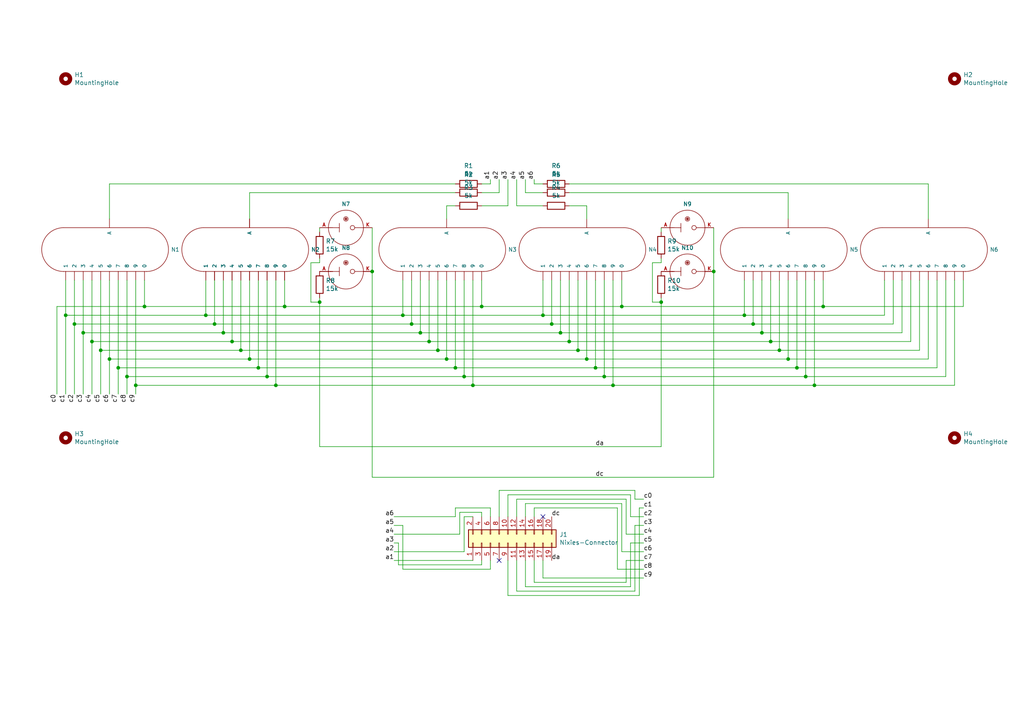
<source format=kicad_sch>
(kicad_sch (version 20211123) (generator eeschema)
  (paper "A4")
  (title_block (title "Nixie-Clock: Nixies") (date "2021-12-25") (rev "1.0") (company "Konrad Mösch"))
  (lib_symbols
    (symbol "Connector_Generic:Conn_02x10_Odd_Even" (pin_names (offset 1.016) hide)
      (property "Reference" "J" (at 1.27 12.7 0))
      (property "Value" "Conn_02x10_Odd_Even" (at 1.27 -15.24 0))
      (symbol "Conn_02x10_Odd_Even_1_1"
        (rectangle (start -1.27 -12.573) (end 0 -12.827) (stroke (width 0.1524)))
        (rectangle (start -1.27 -10.033) (end 0 -10.287) (stroke (width 0.1524)))
        (rectangle (start -1.27 -7.493) (end 0 -7.747) (stroke (width 0.1524)))
        (rectangle (start -1.27 -4.953) (end 0 -5.207) (stroke (width 0.1524)))
        (rectangle (start -1.27 -2.413) (end 0 -2.667) (stroke (width 0.1524)))
        (rectangle (start -1.27 0.127) (end 0 -0.127) (stroke (width 0.1524)))
        (rectangle (start -1.27 2.667) (end 0 2.413) (stroke (width 0.1524)))
        (rectangle (start -1.27 5.207) (end 0 4.953) (stroke (width 0.1524)))
        (rectangle (start -1.27 7.747) (end 0 7.493) (stroke (width 0.1524)))
        (rectangle (start -1.27 10.287) (end 0 10.033) (stroke (width 0.1524)))
        (rectangle (start -1.27 11.43) (end 3.81 -13.97) (stroke (width 0.254)) (fill (type background)))
        (rectangle (start 3.81 -12.573) (end 2.54 -12.827) (stroke (width 0.1524)))
        (rectangle (start 3.81 -10.033) (end 2.54 -10.287) (stroke (width 0.1524)))
        (rectangle (start 3.81 -7.493) (end 2.54 -7.747) (stroke (width 0.1524)))
        (rectangle (start 3.81 -4.953) (end 2.54 -5.207) (stroke (width 0.1524)))
        (rectangle (start 3.81 -2.413) (end 2.54 -2.667) (stroke (width 0.1524)))
        (rectangle (start 3.81 0.127) (end 2.54 -0.127) (stroke (width 0.1524)))
        (rectangle (start 3.81 2.667) (end 2.54 2.413) (stroke (width 0.1524)))
        (rectangle (start 3.81 5.207) (end 2.54 4.953) (stroke (width 0.1524)))
        (rectangle (start 3.81 7.747) (end 2.54 7.493) (stroke (width 0.1524)))
        (rectangle (start 3.81 10.287) (end 2.54 10.033) (stroke (width 0.1524)))
        (pin passive line (at -5.08 10.16 0) (length 3.81) (name "Pin_1") (number "1"))
        (pin passive line (at 7.62 0 180) (length 3.81) (name "Pin_10") (number "10"))
        (pin passive line (at -5.08 -2.54 0) (length 3.81) (name "Pin_11") (number "11"))
        (pin passive line (at 7.62 -2.54 180) (length 3.81) (name "Pin_12") (number "12"))
        (pin passive line (at -5.08 -5.08 0) (length 3.81) (name "Pin_13") (number "13"))
        (pin passive line (at 7.62 -5.08 180) (length 3.81) (name "Pin_14") (number "14"))
        (pin passive line (at -5.08 -7.62 0) (length 3.81) (name "Pin_15") (number "15"))
        (pin passive line (at 7.62 -7.62 180) (length 3.81) (name "Pin_16") (number "16"))
        (pin passive line (at -5.08 -10.16 0) (length 3.81) (name "Pin_17") (number "17"))
        (pin passive line (at 7.62 -10.16 180) (length 3.81) (name "Pin_18") (number "18"))
        (pin passive line (at -5.08 -12.7 0) (length 3.81) (name "Pin_19") (number "19"))
        (pin passive line (at 7.62 10.16 180) (length 3.81) (name "Pin_2") (number "2"))
        (pin passive line (at 7.62 -12.7 180) (length 3.81) (name "Pin_20") (number "20"))
        (pin passive line (at -5.08 7.62 0) (length 3.81) (name "Pin_3") (number "3"))
        (pin passive line (at 7.62 7.62 180) (length 3.81) (name "Pin_4") (number "4"))
        (pin passive line (at -5.08 5.08 0) (length 3.81) (name "Pin_5") (number "5"))
        (pin passive line (at 7.62 5.08 180) (length 3.81) (name "Pin_6") (number "6"))
        (pin passive line (at -5.08 2.54 0) (length 3.81) (name "Pin_7") (number "7"))
        (pin passive line (at 7.62 2.54 180) (length 3.81) (name "Pin_8") (number "8"))
        (pin passive line (at -5.08 0 0) (length 3.81) (name "Pin_9") (number "9"))
      )
    )
    (symbol "Device:R" (pin_numbers hide) (pin_names (offset 0))
      (property "Reference" "R" (at 2.032 0 90))
      (property "Value" "R" (at 0 0 90))
      (symbol "R_0_1"
        (rectangle (start -1.016 -2.54) (end 1.016 2.54) (stroke (width 0.254)))
      )
      (symbol "R_1_1"
        (pin passive line (at 0 3.81 270) (length 1.27) (name "~") (number "1"))
        (pin passive line (at 0 -3.81 90) (length 1.27) (name "~") (number "2"))
      )
    )
    (symbol "Mechanical:MountingHole" (pin_names (offset 1.016))
      (property "Reference" "H" (at 0 5.08 0))
      (property "Value" "MountingHole" (at 0 3.175 0))
      (symbol "MountingHole_0_1"
        (circle (center 0 0) (radius 1.27) (stroke (width 1.27)))
      )
    )
    (symbol "nixies-us:IN-4" (pin_numbers hide) (pin_names (offset 1.016))
      (property "Reference" "N" (at -5.715 20.955 0))
      (symbol "IN-4_1_0"
        (polyline (pts (xy -7.62 -10.795) (xy -7.62 13.335)))
        (polyline (pts (xy 5.08 -10.795) (xy 5.08 13.335)))
      )
      (symbol "IN-4_1_1"
        (arc (start -7.62 -10.795) (mid -1.27 -17.145) (end 5.08 -10.795))
        (arc (start 5.08 13.335) (mid -1.27 19.685) (end -7.62 13.335))
        (pin bidirectional line (at -10.16 -10.16 0) (length 2.54) (name "0") (number "0"))
        (pin bidirectional line (at -10.16 12.7 0) (length 2.54) (name "1") (number "1"))
        (pin bidirectional line (at -10.16 10.16 0) (length 2.54) (name "2") (number "2"))
        (pin bidirectional line (at -10.16 7.62 0) (length 2.54) (name "3") (number "3"))
        (pin bidirectional line (at -10.16 5.08 0) (length 2.54) (name "4") (number "4"))
        (pin bidirectional line (at -10.16 2.54 0) (length 2.54) (name "5") (number "5"))
        (pin bidirectional line (at -10.16 0 0) (length 2.54) (name "6") (number "6"))
        (pin bidirectional line (at -10.16 -2.54 0) (length 2.54) (name "7") (number "7"))
        (pin bidirectional line (at -10.16 -5.08 0) (length 2.54) (name "8") (number "8"))
        (pin bidirectional line (at -10.16 -7.62 0) (length 2.54) (name "9") (number "9"))
        (pin bidirectional line (at 7.62 0 180) (length 2.54) (name "A") (number "A3"))
      )
    )
    (symbol "nixies-us:IN-6" (pin_names (offset 1.016) hide)
      (property "Reference" "N" (at -3.81 5.715 0))
      (symbol "IN-6_1_0"
        (polyline (pts (xy -5.08 0) (xy -4.445 0)))
        (polyline (pts (xy -4.445 0) (xy -5.08 0)))
        (polyline (pts (xy -4.445 0) (xy -1.905 0)))
        (polyline (pts (xy -3.81 0) (xy -4.445 0)))
        (polyline (pts (xy -1.905 0) (xy -1.905 -1.27)))
        (polyline (pts (xy -1.905 0) (xy -1.905 1.27)))
        (polyline (pts (xy -0.3048 2.54) (xy 0 2.54)))
        (polyline (pts (xy 0 2.54) (xy 0 2.2098)))
        (polyline (pts (xy 0 2.54) (xy 0 2.8448)))
        (polyline (pts (xy 0 2.54) (xy 0.3048 2.54)))
        (polyline (pts (xy 5.08 0) (xy 2.54 0)))
      )
      (symbol "IN-6_1_1"
        (circle (center 0 0) (radius 5.08))
        (circle (center 0 2.54) (radius 0.3048))
        (circle (center 0 2.54) (radius 0.635))
        (circle (center 1.905 0) (radius 0.635))
        (pin bidirectional line (at -7.62 0 0) (length 2.54) (name "A") (number "A"))
        (pin bidirectional line (at 7.62 0 180) (length 2.54) (name "K") (number "K"))
      )
    )
  )
  (junction (at 77.47 109.22))
  (junction (at 62.23 93.98))
  (junction (at 116.84 91.44))
  (junction (at 238.76 88.9))
  (junction (at 236.22 111.76))
  (junction (at 233.68 109.22))
  (junction (at 228.6 104.14))
  (junction (at 165.1 99.06))
  (junction (at 215.9 91.44))
  (junction (at 167.64 101.6))
  (junction (at 92.71 87.63))
  (junction (at 160.02 93.98))
  (junction (at 231.14 106.68))
  (junction (at 39.37 111.76))
  (junction (at 124.46 99.06))
  (junction (at 223.52 99.06))
  (junction (at 134.62 109.22))
  (junction (at 226.06 101.6))
  (junction (at 34.29 106.68))
  (junction (at 74.93 106.68))
  (junction (at 218.44 93.98))
  (junction (at 26.67 99.06))
  (junction (at 191.77 87.63))
  (junction (at 69.85 101.6))
  (junction (at 137.16 111.76))
  (junction (at 41.91 88.9))
  (junction (at 175.26 109.22))
  (junction (at 177.8 111.76))
  (junction (at 21.59 93.98))
  (junction (at 180.34 88.9))
  (junction (at 127 101.6))
  (junction (at 170.18 104.14))
  (junction (at 129.54 104.14))
  (junction (at 207.01 78.74))
  (junction (at 24.13 96.52))
  (junction (at 59.69 91.44))
  (junction (at 172.72 106.68))
  (junction (at 119.38 93.98))
  (junction (at 132.08 106.68))
  (junction (at 139.7 88.9))
  (junction (at 107.95 78.74))
  (junction (at 29.21 101.6))
  (junction (at 72.39 104.14))
  (junction (at 157.48 91.44))
  (junction (at 64.77 96.52))
  (junction (at 67.31 99.06))
  (junction (at 121.92 96.52))
  (junction (at 31.75 104.14))
  (junction (at 220.98 96.52))
  (junction (at 19.05 91.44))
  (junction (at 82.55 88.9))
  (junction (at 162.56 96.52))
  (junction (at 80.01 111.76))
  (junction (at 36.83 109.22))
  (no_connect (at 144.78 162.56))
  (no_connect (at 157.48 149.86))
  (wire (pts (xy 154.94 53.34) (xy 157.48 53.34)))
  (wire (pts (xy 107.95 66.04) (xy 107.95 78.74)))
  (wire (pts (xy 77.47 81.28) (xy 77.47 109.22)))
  (wire (pts (xy 220.98 96.52) (xy 261.62 96.52)))
  (wire (pts (xy 185.42 147.32) (xy 185.42 172.72)))
  (wire (pts (xy 259.08 93.98) (xy 218.44 93.98)))
  (wire (pts (xy 157.48 59.69) (xy 149.86 59.69)))
  (wire (pts (xy 152.4 55.88) (xy 157.48 55.88)))
  (wire (pts (xy 59.69 81.28) (xy 59.69 91.44)))
  (wire (pts (xy 233.68 81.28) (xy 233.68 109.22)))
  (wire (pts (xy 132.08 106.68) (xy 74.93 106.68)))
  (wire (pts (xy 16.51 88.9) (xy 41.91 88.9)))
  (wire (pts (xy 186.69 149.86) (xy 182.88 149.86)))
  (wire (pts (xy 72.39 81.28) (xy 72.39 104.14)))
  (wire (pts (xy 62.23 93.98) (xy 119.38 93.98)))
  (wire (pts (xy 271.78 106.68) (xy 231.14 106.68)))
  (wire (pts (xy 186.69 152.4) (xy 184.15 152.4)))
  (wire (pts (xy 177.8 81.28) (xy 177.8 111.76)))
  (wire (pts (xy 261.62 81.28) (xy 261.62 96.52)))
  (wire (pts (xy 116.84 81.28) (xy 116.84 91.44)))
  (wire (pts (xy 189.23 76.2) (xy 189.23 87.63)))
  (wire (pts (xy 107.95 138.43) (xy 207.01 138.43)))
  (wire (pts (xy 144.78 52.07) (xy 144.78 55.88)))
  (wire (pts (xy 259.08 81.28) (xy 259.08 93.98)))
  (wire (pts (xy 228.6 104.14) (xy 269.24 104.14)))
  (wire (pts (xy 160.02 81.28) (xy 160.02 93.98)))
  (wire (pts (xy 175.26 81.28) (xy 175.26 109.22)))
  (wire (pts (xy 142.24 53.34) (xy 139.7 53.34)))
  (wire (pts (xy 142.24 52.07) (xy 142.24 53.34)))
  (wire (pts (xy 114.3 162.56) (xy 137.16 162.56)))
  (wire (pts (xy 121.92 81.28) (xy 121.92 96.52)))
  (wire (pts (xy 182.88 143.51) (xy 182.88 149.86)))
  (wire (pts (xy 119.38 93.98) (xy 160.02 93.98)))
  (wire (pts (xy 266.7 81.28) (xy 266.7 101.6)))
  (wire (pts (xy 90.17 76.2) (xy 90.17 87.63)))
  (wire (pts (xy 269.24 81.28) (xy 269.24 104.14)))
  (wire (pts (xy 147.32 59.69) (xy 139.7 59.69)))
  (wire (pts (xy 172.72 106.68) (xy 132.08 106.68)))
  (wire (pts (xy 144.78 142.24) (xy 144.78 149.86)))
  (wire (pts (xy 41.91 81.28) (xy 41.91 88.9)))
  (wire (pts (xy 124.46 81.28) (xy 124.46 99.06)))
  (wire (pts (xy 165.1 55.88) (xy 228.6 55.88)))
  (wire (pts (xy 24.13 96.52) (xy 24.13 114.3)))
  (wire (pts (xy 154.94 147.32) (xy 154.94 149.86)))
  (wire (pts (xy 137.16 111.76) (xy 177.8 111.76)))
  (wire (pts (xy 186.69 157.48) (xy 182.88 157.48)))
  (wire (pts (xy 114.3 157.48) (xy 115.57 157.48)))
  (wire (pts (xy 182.88 170.18) (xy 152.4 170.18)))
  (wire (pts (xy 119.38 81.28) (xy 119.38 93.98)))
  (wire (pts (xy 139.7 148.59) (xy 139.7 149.86)))
  (wire (pts (xy 132.08 59.69) (xy 129.54 59.69)))
  (wire (pts (xy 186.69 154.94) (xy 181.61 154.94)))
  (wire (pts (xy 152.4 52.07) (xy 152.4 55.88)))
  (wire (pts (xy 34.29 81.28) (xy 34.29 106.68)))
  (wire (pts (xy 185.42 172.72) (xy 147.32 172.72)))
  (wire (pts (xy 226.06 81.28) (xy 226.06 101.6)))
  (wire (pts (xy 26.67 99.06) (xy 26.67 114.3)))
  (wire (pts (xy 147.32 162.56) (xy 147.32 172.72)))
  (wire (pts (xy 170.18 63.5) (xy 170.18 59.69)))
  (wire (pts (xy 21.59 81.28) (xy 21.59 93.98)))
  (wire (pts (xy 175.26 109.22) (xy 134.62 109.22)))
  (wire (pts (xy 181.61 144.78) (xy 181.61 154.94)))
  (wire (pts (xy 16.51 88.9) (xy 16.51 114.3)))
  (wire (pts (xy 182.88 157.48) (xy 182.88 170.18)))
  (wire (pts (xy 139.7 81.28) (xy 139.7 88.9)))
  (wire (pts (xy 115.57 157.48) (xy 115.57 163.83)))
  (wire (pts (xy 137.16 81.28) (xy 137.16 111.76)))
  (wire (pts (xy 180.34 146.05) (xy 180.34 160.02)))
  (wire (pts (xy 238.76 81.28) (xy 238.76 88.9)))
  (wire (pts (xy 147.32 143.51) (xy 147.32 149.86)))
  (wire (pts (xy 274.32 81.28) (xy 274.32 109.22)))
  (wire (pts (xy 264.16 81.28) (xy 264.16 99.06)))
  (wire (pts (xy 72.39 104.14) (xy 31.75 104.14)))
  (wire (pts (xy 177.8 111.76) (xy 236.22 111.76)))
  (wire (pts (xy 90.17 76.2) (xy 92.71 76.2)))
  (wire (pts (xy 36.83 114.3) (xy 36.83 109.22)))
  (wire (pts (xy 21.59 93.98) (xy 21.59 114.3)))
  (wire (pts (xy 133.35 148.59) (xy 139.7 148.59)))
  (wire (pts (xy 24.13 96.52) (xy 64.77 96.52)))
  (wire (pts (xy 116.84 91.44) (xy 157.48 91.44)))
  (wire (pts (xy 228.6 55.88) (xy 228.6 63.5)))
  (wire (pts (xy 179.07 165.1) (xy 186.69 165.1)))
  (wire (pts (xy 114.3 152.4) (xy 116.84 152.4)))
  (wire (pts (xy 236.22 81.28) (xy 236.22 111.76)))
  (wire (pts (xy 191.77 87.63) (xy 191.77 129.54)))
  (wire (pts (xy 165.1 53.34) (xy 269.24 53.34)))
  (wire (pts (xy 264.16 99.06) (xy 223.52 99.06)))
  (wire (pts (xy 92.71 66.04) (xy 92.71 67.31)))
  (wire (pts (xy 129.54 104.14) (xy 170.18 104.14)))
  (wire (pts (xy 182.88 143.51) (xy 147.32 143.51)))
  (wire (pts (xy 274.32 109.22) (xy 233.68 109.22)))
  (wire (pts (xy 41.91 88.9) (xy 82.55 88.9)))
  (wire (pts (xy 207.01 78.74) (xy 207.01 138.43)))
  (wire (pts (xy 134.62 109.22) (xy 77.47 109.22)))
  (wire (pts (xy 92.71 129.54) (xy 191.77 129.54)))
  (wire (pts (xy 184.15 171.45) (xy 149.86 171.45)))
  (wire (pts (xy 149.86 162.56) (xy 149.86 171.45)))
  (wire (pts (xy 172.72 81.28) (xy 172.72 106.68)))
  (wire (pts (xy 279.4 88.9) (xy 238.76 88.9)))
  (wire (pts (xy 170.18 81.28) (xy 170.18 104.14)))
  (wire (pts (xy 132.08 53.34) (xy 31.75 53.34)))
  (wire (pts (xy 31.75 53.34) (xy 31.75 63.5)))
  (wire (pts (xy 134.62 81.28) (xy 134.62 109.22)))
  (wire (pts (xy 271.78 81.28) (xy 271.78 106.68)))
  (wire (pts (xy 137.16 111.76) (xy 80.01 111.76)))
  (wire (pts (xy 152.4 146.05) (xy 152.4 149.86)))
  (wire (pts (xy 157.48 81.28) (xy 157.48 91.44)))
  (wire (pts (xy 191.77 76.2) (xy 191.77 74.93)))
  (wire (pts (xy 154.94 52.07) (xy 154.94 53.34)))
  (wire (pts (xy 62.23 81.28) (xy 62.23 93.98)))
  (wire (pts (xy 31.75 81.28) (xy 31.75 104.14)))
  (wire (pts (xy 82.55 81.28) (xy 82.55 88.9)))
  (wire (pts (xy 69.85 81.28) (xy 69.85 101.6)))
  (wire (pts (xy 207.01 66.04) (xy 207.01 78.74)))
  (wire (pts (xy 144.78 55.88) (xy 139.7 55.88)))
  (wire (pts (xy 114.3 154.94) (xy 133.35 154.94)))
  (wire (pts (xy 31.75 114.3) (xy 31.75 104.14)))
  (wire (pts (xy 147.32 52.07) (xy 147.32 59.69)))
  (wire (pts (xy 129.54 81.28) (xy 129.54 104.14)))
  (wire (pts (xy 82.55 88.9) (xy 139.7 88.9)))
  (wire (pts (xy 132.08 55.88) (xy 72.39 55.88)))
  (wire (pts (xy 228.6 81.28) (xy 228.6 104.14)))
  (wire (pts (xy 179.07 147.32) (xy 154.94 147.32)))
  (wire (pts (xy 220.98 81.28) (xy 220.98 96.52)))
  (wire (pts (xy 181.61 162.56) (xy 181.61 168.91)))
  (wire (pts (xy 186.69 160.02) (xy 180.34 160.02)))
  (wire (pts (xy 157.48 162.56) (xy 157.48 167.64)))
  (wire (pts (xy 181.61 144.78) (xy 149.86 144.78)))
  (wire (pts (xy 74.93 106.68) (xy 34.29 106.68)))
  (wire (pts (xy 276.86 81.28) (xy 276.86 111.76)))
  (wire (pts (xy 256.54 81.28) (xy 256.54 91.44)))
  (wire (pts (xy 133.35 154.94) (xy 133.35 148.59)))
  (wire (pts (xy 186.69 162.56) (xy 181.61 162.56)))
  (wire (pts (xy 269.24 53.34) (xy 269.24 63.5)))
  (wire (pts (xy 39.37 114.3) (xy 39.37 111.76)))
  (wire (pts (xy 29.21 81.28) (xy 29.21 101.6)))
  (wire (pts (xy 107.95 78.74) (xy 107.95 138.43)))
  (wire (pts (xy 181.61 168.91) (xy 154.94 168.91)))
  (wire (pts (xy 184.15 144.78) (xy 184.15 142.24)))
  (wire (pts (xy 21.59 93.98) (xy 62.23 93.98)))
  (wire (pts (xy 149.86 144.78) (xy 149.86 149.86)))
  (wire (pts (xy 69.85 101.6) (xy 127 101.6)))
  (wire (pts (xy 92.71 87.63) (xy 92.71 129.54)))
  (wire (pts (xy 184.15 142.24) (xy 144.78 142.24)))
  (wire (pts (xy 116.84 165.1) (xy 142.24 165.1)))
  (wire (pts (xy 215.9 81.28) (xy 215.9 91.44)))
  (wire (pts (xy 162.56 81.28) (xy 162.56 96.52)))
  (wire (pts (xy 127 81.28) (xy 127 101.6)))
  (wire (pts (xy 186.69 147.32) (xy 185.42 147.32)))
  (wire (pts (xy 19.05 91.44) (xy 59.69 91.44)))
  (wire (pts (xy 184.15 152.4) (xy 184.15 171.45)))
  (wire (pts (xy 92.71 86.36) (xy 92.71 87.63)))
  (wire (pts (xy 170.18 104.14) (xy 228.6 104.14)))
  (wire (pts (xy 184.15 144.78) (xy 186.69 144.78)))
  (wire (pts (xy 167.64 81.28) (xy 167.64 101.6)))
  (wire (pts (xy 149.86 52.07) (xy 149.86 59.69)))
  (wire (pts (xy 90.17 87.63) (xy 92.71 87.63)))
  (wire (pts (xy 256.54 91.44) (xy 215.9 91.44)))
  (wire (pts (xy 215.9 91.44) (xy 157.48 91.44)))
  (wire (pts (xy 162.56 96.52) (xy 220.98 96.52)))
  (wire (pts (xy 92.71 74.93) (xy 92.71 76.2)))
  (wire (pts (xy 77.47 109.22) (xy 36.83 109.22)))
  (wire (pts (xy 24.13 81.28) (xy 24.13 96.52)))
  (wire (pts (xy 142.24 165.1) (xy 142.24 162.56)))
  (wire (pts (xy 191.77 76.2) (xy 189.23 76.2)))
  (wire (pts (xy 116.84 152.4) (xy 116.84 165.1)))
  (wire (pts (xy 80.01 81.28) (xy 80.01 111.76)))
  (wire (pts (xy 180.34 81.28) (xy 180.34 88.9)))
  (wire (pts (xy 124.46 99.06) (xy 165.1 99.06)))
  (wire (pts (xy 80.01 111.76) (xy 39.37 111.76)))
  (wire (pts (xy 191.77 66.04) (xy 191.77 67.31)))
  (wire (pts (xy 191.77 86.36) (xy 191.77 87.63)))
  (wire (pts (xy 19.05 81.28) (xy 19.05 91.44)))
  (wire (pts (xy 127 101.6) (xy 167.64 101.6)))
  (wire (pts (xy 218.44 81.28) (xy 218.44 93.98)))
  (wire (pts (xy 186.69 167.64) (xy 157.48 167.64)))
  (wire (pts (xy 67.31 99.06) (xy 124.46 99.06)))
  (wire (pts (xy 165.1 81.28) (xy 165.1 99.06)))
  (wire (pts (xy 279.4 81.28) (xy 279.4 88.9)))
  (wire (pts (xy 223.52 81.28) (xy 223.52 99.06)))
  (wire (pts (xy 114.3 160.02) (xy 134.62 160.02)))
  (wire (pts (xy 115.57 163.83) (xy 139.7 163.83)))
  (wire (pts (xy 152.4 162.56) (xy 152.4 170.18)))
  (wire (pts (xy 179.07 165.1) (xy 179.07 147.32)))
  (wire (pts (xy 132.08 149.86) (xy 132.08 147.32)))
  (wire (pts (xy 154.94 162.56) (xy 154.94 168.91)))
  (wire (pts (xy 67.31 81.28) (xy 67.31 99.06)))
  (wire (pts (xy 129.54 59.69) (xy 129.54 63.5)))
  (wire (pts (xy 231.14 81.28) (xy 231.14 106.68)))
  (wire (pts (xy 236.22 111.76) (xy 276.86 111.76)))
  (wire (pts (xy 189.23 87.63) (xy 191.77 87.63)))
  (wire (pts (xy 266.7 101.6) (xy 226.06 101.6)))
  (wire (pts (xy 74.93 81.28) (xy 74.93 106.68)))
  (wire (pts (xy 134.62 160.02) (xy 134.62 149.86)))
  (wire (pts (xy 180.34 88.9) (xy 238.76 88.9)))
  (wire (pts (xy 29.21 114.3) (xy 29.21 101.6)))
  (wire (pts (xy 132.08 81.28) (xy 132.08 106.68)))
  (wire (pts (xy 170.18 59.69) (xy 165.1 59.69)))
  (wire (pts (xy 231.14 106.68) (xy 172.72 106.68)))
  (wire (pts (xy 121.92 96.52) (xy 64.77 96.52)))
  (wire (pts (xy 139.7 163.83) (xy 139.7 162.56)))
  (wire (pts (xy 114.3 149.86) (xy 132.08 149.86)))
  (wire (pts (xy 59.69 91.44) (xy 116.84 91.44)))
  (wire (pts (xy 72.39 55.88) (xy 72.39 63.5)))
  (wire (pts (xy 139.7 88.9) (xy 180.34 88.9)))
  (wire (pts (xy 223.52 99.06) (xy 165.1 99.06)))
  (wire (pts (xy 142.24 147.32) (xy 142.24 149.86)))
  (wire (pts (xy 132.08 147.32) (xy 142.24 147.32)))
  (wire (pts (xy 64.77 81.28) (xy 64.77 96.52)))
  (wire (pts (xy 233.68 109.22) (xy 175.26 109.22)))
  (wire (pts (xy 134.62 149.86) (xy 137.16 149.86)))
  (wire (pts (xy 26.67 99.06) (xy 67.31 99.06)))
  (wire (pts (xy 36.83 81.28) (xy 36.83 109.22)))
  (wire (pts (xy 39.37 81.28) (xy 39.37 111.76)))
  (wire (pts (xy 129.54 104.14) (xy 72.39 104.14)))
  (wire (pts (xy 218.44 93.98) (xy 160.02 93.98)))
  (wire (pts (xy 121.92 96.52) (xy 162.56 96.52)))
  (wire (pts (xy 34.29 114.3) (xy 34.29 106.68)))
  (wire (pts (xy 29.21 101.6) (xy 69.85 101.6)))
  (wire (pts (xy 180.34 146.05) (xy 152.4 146.05)))
  (wire (pts (xy 19.05 91.44) (xy 19.05 114.3)))
  (wire (pts (xy 26.67 81.28) (xy 26.67 99.06)))
  (wire (pts (xy 226.06 101.6) (xy 167.64 101.6)))
  (label "c0" (at 186.69 144.78 0))
  (label "c1" (at 19.05 114.3 270))
  (label "c9" (at 39.37 114.3 270))
  (label "a4" (at 149.86 52.07 90))
  (label "a3" (at 114.3 157.48 180))
  (label "c3" (at 186.69 152.4 0))
  (label "c4" (at 26.67 114.3 270))
  (label "dc" (at 160.02 149.86 0))
  (label "a3" (at 147.32 52.07 90))
  (label "c1" (at 186.69 147.32 0))
  (label "da" (at 172.72 129.54 0))
  (label "dc" (at 172.72 138.43 0))
  (label "c9" (at 186.69 167.64 0))
  (label "c6" (at 186.69 160.02 0))
  (label "a5" (at 114.3 152.4 180))
  (label "c2" (at 186.69 149.86 0))
  (label "c7" (at 186.69 162.56 0))
  (label "c0" (at 16.51 114.3 270))
  (label "da" (at 160.02 162.56 0))
  (label "c4" (at 186.69 154.94 0))
  (label "c8" (at 36.83 114.3 270))
  (label "c5" (at 29.21 114.3 270))
  (label "c5" (at 186.69 157.48 0))
  (label "a1" (at 142.24 52.07 90))
  (label "a1" (at 114.3 162.56 180))
  (label "c6" (at 31.75 114.3 270))
  (label "c3" (at 24.13 114.3 270))
  (label "a5" (at 152.4 52.07 90))
  (label "c8" (at 186.69 165.1 0))
  (label "a6" (at 154.94 52.07 90))
  (label "c2" (at 21.59 114.3 270))
  (label "a2" (at 144.78 52.07 90))
  (label "c7" (at 34.29 114.3 270))
  (label "a4" (at 114.3 154.94 180))
  (label "a6" (at 114.3 149.86 180))
  (label "a2" (at 114.3 160.02 180))
  (symbol (lib_id "Device:R") (at 135.89 59.69 270) (unit 1)
    (property "Reference" "R3" (at 135.89 54.4322 90))
    (property "Value" "5k" (at 135.89 56.7436 90))
    (property "Footprint" "Resistor_THT:R_Axial_DIN0207_L6.3mm_D2.5mm_P10.16mm_Horizontal" (effects hide))
  )
  (symbol (lib_id "Device:R") (at 135.89 55.88 270) (unit 1)
    (property "Reference" "R2" (at 135.89 50.6222 90))
    (property "Value" "5k" (at 135.89 52.9336 90))
    (property "Footprint" "Resistor_THT:R_Axial_DIN0207_L6.3mm_D2.5mm_P10.16mm_Horizontal" (effects hide))
  )
  (symbol (lib_id "Device:R") (at 135.89 53.34 270) (unit 1)
    (property "Reference" "R1" (at 135.89 48.0822 90))
    (property "Value" "5k" (at 135.89 50.3936 90))
    (property "Footprint" "Resistor_THT:R_Axial_DIN0207_L6.3mm_D2.5mm_P10.16mm_Horizontal" (effects hide))
  )
  (symbol (lib_id "Device:R") (at 161.29 53.34 270) (unit 1)
    (property "Reference" "R6" (at 161.29 48.0822 90))
    (property "Value" "5k" (at 161.29 50.3936 90))
    (property "Footprint" "Resistor_THT:R_Axial_DIN0207_L6.3mm_D2.5mm_P10.16mm_Horizontal" (effects hide))
  )
  (symbol (lib_id "Device:R") (at 161.29 55.88 270) (unit 1)
    (property "Reference" "R5" (at 161.29 50.6222 90))
    (property "Value" "5k" (at 161.29 52.9336 90))
    (property "Footprint" "Resistor_THT:R_Axial_DIN0207_L6.3mm_D2.5mm_P10.16mm_Horizontal" (effects hide))
  )
  (symbol (lib_id "Device:R") (at 161.29 59.69 270) (unit 1)
    (property "Reference" "R4" (at 161.29 54.4322 90))
    (property "Value" "5k" (at 161.29 56.7436 90))
    (property "Footprint" "Resistor_THT:R_Axial_DIN0207_L6.3mm_D2.5mm_P10.16mm_Horizontal" (effects hide))
  )
  (symbol (lib_id "nixies-us:IN-4") (at 31.75 71.12 90) (unit 1)
    (property "Reference" "N1" (at 49.6062 72.39 90) (effects (font (size 1.143 1.143)) (justify right)))
    (property "Value" "IN-4" (effects hide))
    (property "Footprint" "nixies-us:nixies-us-IN-4-DSUB" (effects hide))
  )
  (symbol (lib_id "nixies-us:IN-4") (at 72.39 71.12 90) (unit 1)
    (property "Reference" "N2" (at 90.2462 72.39 90) (effects (font (size 1.143 1.143)) (justify right)))
    (property "Value" "IN-4" (effects hide))
    (property "Footprint" "nixies-us:nixies-us-IN-4-DSUB" (effects hide))
  )
  (symbol (lib_id "nixies-us:IN-4") (at 129.54 71.12 90) (unit 1)
    (property "Reference" "N3" (at 147.3962 72.39 90) (effects (font (size 1.143 1.143)) (justify right)))
    (property "Value" "IN-4" (effects hide))
    (property "Footprint" "nixies-us:nixies-us-IN-4-DSUB" (effects hide))
  )
  (symbol (lib_id "nixies-us:IN-4") (at 170.18 71.12 90) (unit 1)
    (property "Reference" "N4" (at 188.0362 72.39 90) (effects (font (size 1.143 1.143)) (justify right)))
    (property "Value" "IN-4" (effects hide))
    (property "Footprint" "nixies-us:nixies-us-IN-4-DSUB" (effects hide))
  )
  (symbol (lib_id "Mechanical:MountingHole") (at 19.05 22.86 0) (unit 1)
    (property "Reference" "H1" (at 21.59 21.6916 0) (effects (justify left)))
    (property "Value" "MountingHole" (at 21.59 24.003 0) (effects (justify left)))
    (property "Footprint" "MountingHole:MountingHole_2.7mm_M2.5" (effects hide))
  )
  (symbol (lib_id "Mechanical:MountingHole") (at 276.86 22.86 0) (unit 1)
    (property "Reference" "H2" (at 279.4 21.6916 0) (effects (justify left)))
    (property "Value" "MountingHole" (at 279.4 24.003 0) (effects (justify left)))
    (property "Footprint" "MountingHole:MountingHole_2.7mm_M2.5" (effects hide))
  )
  (symbol (lib_id "Mechanical:MountingHole") (at 19.05 127 0) (unit 1)
    (property "Reference" "H3" (at 21.59 125.8316 0) (effects (justify left)))
    (property "Value" "MountingHole" (at 21.59 128.143 0) (effects (justify left)))
    (property "Footprint" "MountingHole:MountingHole_2.7mm_M2.5" (effects hide))
  )
  (symbol (lib_id "Mechanical:MountingHole") (at 276.86 127 0) (unit 1)
    (property "Reference" "H4" (at 279.4 125.8316 0) (effects (justify left)))
    (property "Value" "MountingHole" (at 279.4 128.143 0) (effects (justify left)))
    (property "Footprint" "MountingHole:MountingHole_2.7mm_M2.5" (effects hide))
  )
  (symbol (lib_id "nixies-us:IN-4") (at 228.6 71.12 90) (unit 1)
    (property "Reference" "N5" (at 246.4562 72.39 90) (effects (font (size 1.143 1.143)) (justify right)))
    (property "Value" "IN-4" (effects hide))
    (property "Footprint" "nixies-us:nixies-us-IN-4-DSUB" (effects hide))
  )
  (symbol (lib_id "nixies-us:IN-4") (at 269.24 71.12 90) (unit 1)
    (property "Reference" "N6" (at 287.0962 72.39 90) (effects (font (size 1.143 1.143)) (justify right)))
    (property "Value" "IN-4" (effects hide))
    (property "Footprint" "nixies-us:nixies-us-IN-4-DSUB" (effects hide))
  )
  (symbol (lib_id "nixies-us:IN-6") (at 100.33 66.04 0) (unit 1)
    (property "Reference" "N7" (at 100.33 59.182 0) (effects (font (size 1.143 1.143))))
    (property "Value" "IN-6" (effects hide))
    (property "Footprint" "nixies-us:nixies-us-IN-6" (effects hide))
  )
  (symbol (lib_id "nixies-us:IN-6") (at 100.33 78.74 0) (unit 1)
    (property "Reference" "N8" (at 100.33 71.882 0) (effects (font (size 1.143 1.143))))
    (property "Value" "IN-6" (effects hide))
    (property "Footprint" "nixies-us:nixies-us-IN-6" (effects hide))
  )
  (symbol (lib_id "nixies-us:IN-6") (at 199.39 66.04 0) (unit 1)
    (property "Reference" "N9" (at 199.39 59.182 0) (effects (font (size 1.143 1.143))))
    (property "Value" "IN-6" (effects hide))
    (property "Footprint" "nixies-us:nixies-us-IN-6" (effects hide))
  )
  (symbol (lib_id "nixies-us:IN-6") (at 199.39 78.74 0) (unit 1)
    (property "Reference" "N10" (at 199.39 71.882 0) (effects (font (size 1.143 1.143))))
    (property "Value" "IN-6" (effects hide))
    (property "Footprint" "nixies-us:nixies-us-IN-6" (effects hide))
  )
  (symbol (lib_id "Connector_Generic:Conn_02x10_Odd_Even") (at 147.32 157.48 90) (unit 1)
    (property "Reference" "J1" (at 162.2552 155.0416 90) (effects (justify right)))
    (property "Value" "Nixies-Connector" (at 162.2552 157.353 90) (effects (justify right)))
    (property "Footprint" "nixie-clock:PinHeader_2x10_P2.54mm_Horizontal_with_Interlock" (effects hide))
  )
  (symbol (lib_id "Device:R") (at 191.77 71.12 0) (unit 1)
    (property "Reference" "R9" (at 193.548 69.9516 0) (effects (justify left)))
    (property "Value" "15k" (at 193.548 72.263 0) (effects (justify left)))
    (property "Footprint" "Resistor_THT:R_Axial_DIN0207_L6.3mm_D2.5mm_P10.16mm_Horizontal" (effects hide))
  )
  (symbol (lib_id "Device:R") (at 191.77 82.55 0) (unit 1)
    (property "Reference" "R10" (at 193.548 81.3816 0) (effects (justify left)))
    (property "Value" "15k" (at 193.548 83.693 0) (effects (justify left)))
    (property "Footprint" "Resistor_THT:R_Axial_DIN0207_L6.3mm_D2.5mm_P10.16mm_Horizontal" (effects hide))
  )
  (symbol (lib_id "Device:R") (at 92.71 71.12 0) (unit 1)
    (property "Reference" "R7" (at 94.488 69.9516 0) (effects (justify left)))
    (property "Value" "15k" (at 94.488 72.263 0) (effects (justify left)))
    (property "Footprint" "Resistor_THT:R_Axial_DIN0207_L6.3mm_D2.5mm_P10.16mm_Horizontal" (effects hide))
  )
  (symbol (lib_id "Device:R") (at 92.71 82.55 0) (unit 1)
    (property "Reference" "R8" (at 94.488 81.3816 0) (effects (justify left)))
    (property "Value" "15k" (at 94.488 83.693 0) (effects (justify left)))
    (property "Footprint" "Resistor_THT:R_Axial_DIN0207_L6.3mm_D2.5mm_P10.16mm_Horizontal" (effects hide))
  )
)
</source>
